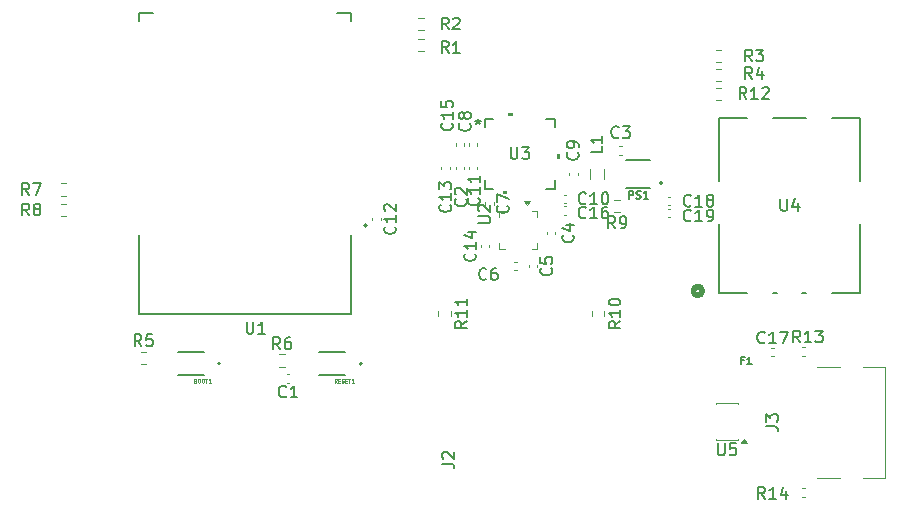
<source format=gbr>
%TF.GenerationSoftware,KiCad,Pcbnew,9.0.6*%
%TF.CreationDate,2026-01-02T14:19:04-05:00*%
%TF.ProjectId,spotify desk thing,73706f74-6966-4792-9064-65736b207468,rev?*%
%TF.SameCoordinates,Original*%
%TF.FileFunction,Legend,Top*%
%TF.FilePolarity,Positive*%
%FSLAX46Y46*%
G04 Gerber Fmt 4.6, Leading zero omitted, Abs format (unit mm)*
G04 Created by KiCad (PCBNEW 9.0.6) date 2026-01-02 14:19:04*
%MOMM*%
%LPD*%
G01*
G04 APERTURE LIST*
%ADD10C,0.150000*%
%ADD11C,0.080151*%
%ADD12C,0.120000*%
%ADD13C,0.127000*%
%ADD14C,0.200000*%
%ADD15C,0.152400*%
%ADD16C,0.508000*%
%ADD17C,0.000000*%
G04 APERTURE END LIST*
D10*
X121309243Y-171713346D02*
X122024659Y-171713346D01*
X122024659Y-171713346D02*
X122167743Y-171761040D01*
X122167743Y-171761040D02*
X122263132Y-171856429D01*
X122263132Y-171856429D02*
X122310826Y-171999512D01*
X122310826Y-171999512D02*
X122310826Y-172094901D01*
X121404632Y-171284096D02*
X121356937Y-171236401D01*
X121356937Y-171236401D02*
X121309243Y-171141013D01*
X121309243Y-171141013D02*
X121309243Y-170902540D01*
X121309243Y-170902540D02*
X121356937Y-170807152D01*
X121356937Y-170807152D02*
X121404632Y-170759457D01*
X121404632Y-170759457D02*
X121500021Y-170711763D01*
X121500021Y-170711763D02*
X121595410Y-170711763D01*
X121595410Y-170711763D02*
X121738493Y-170759457D01*
X121738493Y-170759457D02*
X122310826Y-171331790D01*
X122310826Y-171331790D02*
X122310826Y-170711763D01*
X148709819Y-168533333D02*
X149424104Y-168533333D01*
X149424104Y-168533333D02*
X149566961Y-168580952D01*
X149566961Y-168580952D02*
X149662200Y-168676190D01*
X149662200Y-168676190D02*
X149709819Y-168819047D01*
X149709819Y-168819047D02*
X149709819Y-168914285D01*
X148709819Y-168152380D02*
X148709819Y-167533333D01*
X148709819Y-167533333D02*
X149090771Y-167866666D01*
X149090771Y-167866666D02*
X149090771Y-167723809D01*
X149090771Y-167723809D02*
X149138390Y-167628571D01*
X149138390Y-167628571D02*
X149186009Y-167580952D01*
X149186009Y-167580952D02*
X149281247Y-167533333D01*
X149281247Y-167533333D02*
X149519342Y-167533333D01*
X149519342Y-167533333D02*
X149614580Y-167580952D01*
X149614580Y-167580952D02*
X149662200Y-167628571D01*
X149662200Y-167628571D02*
X149709819Y-167723809D01*
X149709819Y-167723809D02*
X149709819Y-168009523D01*
X149709819Y-168009523D02*
X149662200Y-168104761D01*
X149662200Y-168104761D02*
X149614580Y-168152380D01*
X148607142Y-174704819D02*
X148273809Y-174228628D01*
X148035714Y-174704819D02*
X148035714Y-173704819D01*
X148035714Y-173704819D02*
X148416666Y-173704819D01*
X148416666Y-173704819D02*
X148511904Y-173752438D01*
X148511904Y-173752438D02*
X148559523Y-173800057D01*
X148559523Y-173800057D02*
X148607142Y-173895295D01*
X148607142Y-173895295D02*
X148607142Y-174038152D01*
X148607142Y-174038152D02*
X148559523Y-174133390D01*
X148559523Y-174133390D02*
X148511904Y-174181009D01*
X148511904Y-174181009D02*
X148416666Y-174228628D01*
X148416666Y-174228628D02*
X148035714Y-174228628D01*
X149559523Y-174704819D02*
X148988095Y-174704819D01*
X149273809Y-174704819D02*
X149273809Y-173704819D01*
X149273809Y-173704819D02*
X149178571Y-173847676D01*
X149178571Y-173847676D02*
X149083333Y-173942914D01*
X149083333Y-173942914D02*
X148988095Y-173990533D01*
X150416666Y-174038152D02*
X150416666Y-174704819D01*
X150178571Y-173657200D02*
X149940476Y-174371485D01*
X149940476Y-174371485D02*
X150559523Y-174371485D01*
D11*
X112367549Y-164850092D02*
X112260682Y-164697424D01*
X112184348Y-164850092D02*
X112184348Y-164529489D01*
X112184348Y-164529489D02*
X112306482Y-164529489D01*
X112306482Y-164529489D02*
X112337016Y-164544756D01*
X112337016Y-164544756D02*
X112352282Y-164560023D01*
X112352282Y-164560023D02*
X112367549Y-164590557D01*
X112367549Y-164590557D02*
X112367549Y-164636357D01*
X112367549Y-164636357D02*
X112352282Y-164666891D01*
X112352282Y-164666891D02*
X112337016Y-164682157D01*
X112337016Y-164682157D02*
X112306482Y-164697424D01*
X112306482Y-164697424D02*
X112184348Y-164697424D01*
X112504951Y-164682157D02*
X112611818Y-164682157D01*
X112657619Y-164850092D02*
X112504951Y-164850092D01*
X112504951Y-164850092D02*
X112504951Y-164529489D01*
X112504951Y-164529489D02*
X112657619Y-164529489D01*
X112779753Y-164834826D02*
X112825553Y-164850092D01*
X112825553Y-164850092D02*
X112901887Y-164850092D01*
X112901887Y-164850092D02*
X112932421Y-164834826D01*
X112932421Y-164834826D02*
X112947688Y-164819559D01*
X112947688Y-164819559D02*
X112962954Y-164789025D01*
X112962954Y-164789025D02*
X112962954Y-164758491D01*
X112962954Y-164758491D02*
X112947688Y-164727958D01*
X112947688Y-164727958D02*
X112932421Y-164712691D01*
X112932421Y-164712691D02*
X112901887Y-164697424D01*
X112901887Y-164697424D02*
X112840820Y-164682157D01*
X112840820Y-164682157D02*
X112810286Y-164666891D01*
X112810286Y-164666891D02*
X112795020Y-164651624D01*
X112795020Y-164651624D02*
X112779753Y-164621090D01*
X112779753Y-164621090D02*
X112779753Y-164590557D01*
X112779753Y-164590557D02*
X112795020Y-164560023D01*
X112795020Y-164560023D02*
X112810286Y-164544756D01*
X112810286Y-164544756D02*
X112840820Y-164529489D01*
X112840820Y-164529489D02*
X112917154Y-164529489D01*
X112917154Y-164529489D02*
X112962954Y-164544756D01*
X113100356Y-164682157D02*
X113207223Y-164682157D01*
X113253024Y-164850092D02*
X113100356Y-164850092D01*
X113100356Y-164850092D02*
X113100356Y-164529489D01*
X113100356Y-164529489D02*
X113253024Y-164529489D01*
X113344624Y-164529489D02*
X113527826Y-164529489D01*
X113436225Y-164850092D02*
X113436225Y-164529489D01*
X113802628Y-164850092D02*
X113619427Y-164850092D01*
X113711028Y-164850092D02*
X113711028Y-164529489D01*
X113711028Y-164529489D02*
X113680494Y-164575290D01*
X113680494Y-164575290D02*
X113649960Y-164605823D01*
X113649960Y-164605823D02*
X113619427Y-164621090D01*
D10*
X133457142Y-150859580D02*
X133409523Y-150907200D01*
X133409523Y-150907200D02*
X133266666Y-150954819D01*
X133266666Y-150954819D02*
X133171428Y-150954819D01*
X133171428Y-150954819D02*
X133028571Y-150907200D01*
X133028571Y-150907200D02*
X132933333Y-150811961D01*
X132933333Y-150811961D02*
X132885714Y-150716723D01*
X132885714Y-150716723D02*
X132838095Y-150526247D01*
X132838095Y-150526247D02*
X132838095Y-150383390D01*
X132838095Y-150383390D02*
X132885714Y-150192914D01*
X132885714Y-150192914D02*
X132933333Y-150097676D01*
X132933333Y-150097676D02*
X133028571Y-150002438D01*
X133028571Y-150002438D02*
X133171428Y-149954819D01*
X133171428Y-149954819D02*
X133266666Y-149954819D01*
X133266666Y-149954819D02*
X133409523Y-150002438D01*
X133409523Y-150002438D02*
X133457142Y-150050057D01*
X134409523Y-150954819D02*
X133838095Y-150954819D01*
X134123809Y-150954819D02*
X134123809Y-149954819D01*
X134123809Y-149954819D02*
X134028571Y-150097676D01*
X134028571Y-150097676D02*
X133933333Y-150192914D01*
X133933333Y-150192914D02*
X133838095Y-150240533D01*
X135266666Y-149954819D02*
X135076190Y-149954819D01*
X135076190Y-149954819D02*
X134980952Y-150002438D01*
X134980952Y-150002438D02*
X134933333Y-150050057D01*
X134933333Y-150050057D02*
X134838095Y-150192914D01*
X134838095Y-150192914D02*
X134790476Y-150383390D01*
X134790476Y-150383390D02*
X134790476Y-150764342D01*
X134790476Y-150764342D02*
X134838095Y-150859580D01*
X134838095Y-150859580D02*
X134885714Y-150907200D01*
X134885714Y-150907200D02*
X134980952Y-150954819D01*
X134980952Y-150954819D02*
X135171428Y-150954819D01*
X135171428Y-150954819D02*
X135266666Y-150907200D01*
X135266666Y-150907200D02*
X135314285Y-150859580D01*
X135314285Y-150859580D02*
X135361904Y-150764342D01*
X135361904Y-150764342D02*
X135361904Y-150526247D01*
X135361904Y-150526247D02*
X135314285Y-150431009D01*
X135314285Y-150431009D02*
X135266666Y-150383390D01*
X135266666Y-150383390D02*
X135171428Y-150335771D01*
X135171428Y-150335771D02*
X134980952Y-150335771D01*
X134980952Y-150335771D02*
X134885714Y-150383390D01*
X134885714Y-150383390D02*
X134838095Y-150431009D01*
X134838095Y-150431009D02*
X134790476Y-150526247D01*
X136233333Y-144059580D02*
X136185714Y-144107200D01*
X136185714Y-144107200D02*
X136042857Y-144154819D01*
X136042857Y-144154819D02*
X135947619Y-144154819D01*
X135947619Y-144154819D02*
X135804762Y-144107200D01*
X135804762Y-144107200D02*
X135709524Y-144011961D01*
X135709524Y-144011961D02*
X135661905Y-143916723D01*
X135661905Y-143916723D02*
X135614286Y-143726247D01*
X135614286Y-143726247D02*
X135614286Y-143583390D01*
X135614286Y-143583390D02*
X135661905Y-143392914D01*
X135661905Y-143392914D02*
X135709524Y-143297676D01*
X135709524Y-143297676D02*
X135804762Y-143202438D01*
X135804762Y-143202438D02*
X135947619Y-143154819D01*
X135947619Y-143154819D02*
X136042857Y-143154819D01*
X136042857Y-143154819D02*
X136185714Y-143202438D01*
X136185714Y-143202438D02*
X136233333Y-143250057D01*
X136566667Y-143154819D02*
X137185714Y-143154819D01*
X137185714Y-143154819D02*
X136852381Y-143535771D01*
X136852381Y-143535771D02*
X136995238Y-143535771D01*
X136995238Y-143535771D02*
X137090476Y-143583390D01*
X137090476Y-143583390D02*
X137138095Y-143631009D01*
X137138095Y-143631009D02*
X137185714Y-143726247D01*
X137185714Y-143726247D02*
X137185714Y-143964342D01*
X137185714Y-143964342D02*
X137138095Y-144059580D01*
X137138095Y-144059580D02*
X137090476Y-144107200D01*
X137090476Y-144107200D02*
X136995238Y-144154819D01*
X136995238Y-144154819D02*
X136709524Y-144154819D01*
X136709524Y-144154819D02*
X136614286Y-144107200D01*
X136614286Y-144107200D02*
X136566667Y-144059580D01*
X147533333Y-137654819D02*
X147200000Y-137178628D01*
X146961905Y-137654819D02*
X146961905Y-136654819D01*
X146961905Y-136654819D02*
X147342857Y-136654819D01*
X147342857Y-136654819D02*
X147438095Y-136702438D01*
X147438095Y-136702438D02*
X147485714Y-136750057D01*
X147485714Y-136750057D02*
X147533333Y-136845295D01*
X147533333Y-136845295D02*
X147533333Y-136988152D01*
X147533333Y-136988152D02*
X147485714Y-137083390D01*
X147485714Y-137083390D02*
X147438095Y-137131009D01*
X147438095Y-137131009D02*
X147342857Y-137178628D01*
X147342857Y-137178628D02*
X146961905Y-137178628D01*
X147866667Y-136654819D02*
X148485714Y-136654819D01*
X148485714Y-136654819D02*
X148152381Y-137035771D01*
X148152381Y-137035771D02*
X148295238Y-137035771D01*
X148295238Y-137035771D02*
X148390476Y-137083390D01*
X148390476Y-137083390D02*
X148438095Y-137131009D01*
X148438095Y-137131009D02*
X148485714Y-137226247D01*
X148485714Y-137226247D02*
X148485714Y-137464342D01*
X148485714Y-137464342D02*
X148438095Y-137559580D01*
X148438095Y-137559580D02*
X148390476Y-137607200D01*
X148390476Y-137607200D02*
X148295238Y-137654819D01*
X148295238Y-137654819D02*
X148009524Y-137654819D01*
X148009524Y-137654819D02*
X147914286Y-137607200D01*
X147914286Y-137607200D02*
X147866667Y-137559580D01*
X132359580Y-152366666D02*
X132407200Y-152414285D01*
X132407200Y-152414285D02*
X132454819Y-152557142D01*
X132454819Y-152557142D02*
X132454819Y-152652380D01*
X132454819Y-152652380D02*
X132407200Y-152795237D01*
X132407200Y-152795237D02*
X132311961Y-152890475D01*
X132311961Y-152890475D02*
X132216723Y-152938094D01*
X132216723Y-152938094D02*
X132026247Y-152985713D01*
X132026247Y-152985713D02*
X131883390Y-152985713D01*
X131883390Y-152985713D02*
X131692914Y-152938094D01*
X131692914Y-152938094D02*
X131597676Y-152890475D01*
X131597676Y-152890475D02*
X131502438Y-152795237D01*
X131502438Y-152795237D02*
X131454819Y-152652380D01*
X131454819Y-152652380D02*
X131454819Y-152557142D01*
X131454819Y-152557142D02*
X131502438Y-152414285D01*
X131502438Y-152414285D02*
X131550057Y-152366666D01*
X131788152Y-151509523D02*
X132454819Y-151509523D01*
X131407200Y-151747618D02*
X132121485Y-151985713D01*
X132121485Y-151985713D02*
X132121485Y-151366666D01*
X130519580Y-155166666D02*
X130567200Y-155214285D01*
X130567200Y-155214285D02*
X130614819Y-155357142D01*
X130614819Y-155357142D02*
X130614819Y-155452380D01*
X130614819Y-155452380D02*
X130567200Y-155595237D01*
X130567200Y-155595237D02*
X130471961Y-155690475D01*
X130471961Y-155690475D02*
X130376723Y-155738094D01*
X130376723Y-155738094D02*
X130186247Y-155785713D01*
X130186247Y-155785713D02*
X130043390Y-155785713D01*
X130043390Y-155785713D02*
X129852914Y-155738094D01*
X129852914Y-155738094D02*
X129757676Y-155690475D01*
X129757676Y-155690475D02*
X129662438Y-155595237D01*
X129662438Y-155595237D02*
X129614819Y-155452380D01*
X129614819Y-155452380D02*
X129614819Y-155357142D01*
X129614819Y-155357142D02*
X129662438Y-155214285D01*
X129662438Y-155214285D02*
X129710057Y-155166666D01*
X129614819Y-154261904D02*
X129614819Y-154738094D01*
X129614819Y-154738094D02*
X130091009Y-154785713D01*
X130091009Y-154785713D02*
X130043390Y-154738094D01*
X130043390Y-154738094D02*
X129995771Y-154642856D01*
X129995771Y-154642856D02*
X129995771Y-154404761D01*
X129995771Y-154404761D02*
X130043390Y-154309523D01*
X130043390Y-154309523D02*
X130091009Y-154261904D01*
X130091009Y-154261904D02*
X130186247Y-154214285D01*
X130186247Y-154214285D02*
X130424342Y-154214285D01*
X130424342Y-154214285D02*
X130519580Y-154261904D01*
X130519580Y-154261904D02*
X130567200Y-154309523D01*
X130567200Y-154309523D02*
X130614819Y-154404761D01*
X130614819Y-154404761D02*
X130614819Y-154642856D01*
X130614819Y-154642856D02*
X130567200Y-154738094D01*
X130567200Y-154738094D02*
X130519580Y-154785713D01*
X123269580Y-149306666D02*
X123317200Y-149354285D01*
X123317200Y-149354285D02*
X123364819Y-149497142D01*
X123364819Y-149497142D02*
X123364819Y-149592380D01*
X123364819Y-149592380D02*
X123317200Y-149735237D01*
X123317200Y-149735237D02*
X123221961Y-149830475D01*
X123221961Y-149830475D02*
X123126723Y-149878094D01*
X123126723Y-149878094D02*
X122936247Y-149925713D01*
X122936247Y-149925713D02*
X122793390Y-149925713D01*
X122793390Y-149925713D02*
X122602914Y-149878094D01*
X122602914Y-149878094D02*
X122507676Y-149830475D01*
X122507676Y-149830475D02*
X122412438Y-149735237D01*
X122412438Y-149735237D02*
X122364819Y-149592380D01*
X122364819Y-149592380D02*
X122364819Y-149497142D01*
X122364819Y-149497142D02*
X122412438Y-149354285D01*
X122412438Y-149354285D02*
X122460057Y-149306666D01*
X122460057Y-148925713D02*
X122412438Y-148878094D01*
X122412438Y-148878094D02*
X122364819Y-148782856D01*
X122364819Y-148782856D02*
X122364819Y-148544761D01*
X122364819Y-148544761D02*
X122412438Y-148449523D01*
X122412438Y-148449523D02*
X122460057Y-148401904D01*
X122460057Y-148401904D02*
X122555295Y-148354285D01*
X122555295Y-148354285D02*
X122650533Y-148354285D01*
X122650533Y-148354285D02*
X122793390Y-148401904D01*
X122793390Y-148401904D02*
X123364819Y-148973332D01*
X123364819Y-148973332D02*
X123364819Y-148354285D01*
X125033333Y-156059580D02*
X124985714Y-156107200D01*
X124985714Y-156107200D02*
X124842857Y-156154819D01*
X124842857Y-156154819D02*
X124747619Y-156154819D01*
X124747619Y-156154819D02*
X124604762Y-156107200D01*
X124604762Y-156107200D02*
X124509524Y-156011961D01*
X124509524Y-156011961D02*
X124461905Y-155916723D01*
X124461905Y-155916723D02*
X124414286Y-155726247D01*
X124414286Y-155726247D02*
X124414286Y-155583390D01*
X124414286Y-155583390D02*
X124461905Y-155392914D01*
X124461905Y-155392914D02*
X124509524Y-155297676D01*
X124509524Y-155297676D02*
X124604762Y-155202438D01*
X124604762Y-155202438D02*
X124747619Y-155154819D01*
X124747619Y-155154819D02*
X124842857Y-155154819D01*
X124842857Y-155154819D02*
X124985714Y-155202438D01*
X124985714Y-155202438D02*
X125033333Y-155250057D01*
X125890476Y-155154819D02*
X125700000Y-155154819D01*
X125700000Y-155154819D02*
X125604762Y-155202438D01*
X125604762Y-155202438D02*
X125557143Y-155250057D01*
X125557143Y-155250057D02*
X125461905Y-155392914D01*
X125461905Y-155392914D02*
X125414286Y-155583390D01*
X125414286Y-155583390D02*
X125414286Y-155964342D01*
X125414286Y-155964342D02*
X125461905Y-156059580D01*
X125461905Y-156059580D02*
X125509524Y-156107200D01*
X125509524Y-156107200D02*
X125604762Y-156154819D01*
X125604762Y-156154819D02*
X125795238Y-156154819D01*
X125795238Y-156154819D02*
X125890476Y-156107200D01*
X125890476Y-156107200D02*
X125938095Y-156059580D01*
X125938095Y-156059580D02*
X125985714Y-155964342D01*
X125985714Y-155964342D02*
X125985714Y-155726247D01*
X125985714Y-155726247D02*
X125938095Y-155631009D01*
X125938095Y-155631009D02*
X125890476Y-155583390D01*
X125890476Y-155583390D02*
X125795238Y-155535771D01*
X125795238Y-155535771D02*
X125604762Y-155535771D01*
X125604762Y-155535771D02*
X125509524Y-155583390D01*
X125509524Y-155583390D02*
X125461905Y-155631009D01*
X125461905Y-155631009D02*
X125414286Y-155726247D01*
X126819580Y-149866666D02*
X126867200Y-149914285D01*
X126867200Y-149914285D02*
X126914819Y-150057142D01*
X126914819Y-150057142D02*
X126914819Y-150152380D01*
X126914819Y-150152380D02*
X126867200Y-150295237D01*
X126867200Y-150295237D02*
X126771961Y-150390475D01*
X126771961Y-150390475D02*
X126676723Y-150438094D01*
X126676723Y-150438094D02*
X126486247Y-150485713D01*
X126486247Y-150485713D02*
X126343390Y-150485713D01*
X126343390Y-150485713D02*
X126152914Y-150438094D01*
X126152914Y-150438094D02*
X126057676Y-150390475D01*
X126057676Y-150390475D02*
X125962438Y-150295237D01*
X125962438Y-150295237D02*
X125914819Y-150152380D01*
X125914819Y-150152380D02*
X125914819Y-150057142D01*
X125914819Y-150057142D02*
X125962438Y-149914285D01*
X125962438Y-149914285D02*
X126010057Y-149866666D01*
X125914819Y-149533332D02*
X125914819Y-148866666D01*
X125914819Y-148866666D02*
X126914819Y-149295237D01*
X149938095Y-149304820D02*
X149938095Y-150114343D01*
X149938095Y-150114343D02*
X149985714Y-150209581D01*
X149985714Y-150209581D02*
X150033333Y-150257201D01*
X150033333Y-150257201D02*
X150128571Y-150304820D01*
X150128571Y-150304820D02*
X150319047Y-150304820D01*
X150319047Y-150304820D02*
X150414285Y-150257201D01*
X150414285Y-150257201D02*
X150461904Y-150209581D01*
X150461904Y-150209581D02*
X150509523Y-150114343D01*
X150509523Y-150114343D02*
X150509523Y-149304820D01*
X151414285Y-149638153D02*
X151414285Y-150304820D01*
X151176190Y-149257201D02*
X150938095Y-149971486D01*
X150938095Y-149971486D02*
X151557142Y-149971486D01*
X142357142Y-151109580D02*
X142309523Y-151157200D01*
X142309523Y-151157200D02*
X142166666Y-151204819D01*
X142166666Y-151204819D02*
X142071428Y-151204819D01*
X142071428Y-151204819D02*
X141928571Y-151157200D01*
X141928571Y-151157200D02*
X141833333Y-151061961D01*
X141833333Y-151061961D02*
X141785714Y-150966723D01*
X141785714Y-150966723D02*
X141738095Y-150776247D01*
X141738095Y-150776247D02*
X141738095Y-150633390D01*
X141738095Y-150633390D02*
X141785714Y-150442914D01*
X141785714Y-150442914D02*
X141833333Y-150347676D01*
X141833333Y-150347676D02*
X141928571Y-150252438D01*
X141928571Y-150252438D02*
X142071428Y-150204819D01*
X142071428Y-150204819D02*
X142166666Y-150204819D01*
X142166666Y-150204819D02*
X142309523Y-150252438D01*
X142309523Y-150252438D02*
X142357142Y-150300057D01*
X143309523Y-151204819D02*
X142738095Y-151204819D01*
X143023809Y-151204819D02*
X143023809Y-150204819D01*
X143023809Y-150204819D02*
X142928571Y-150347676D01*
X142928571Y-150347676D02*
X142833333Y-150442914D01*
X142833333Y-150442914D02*
X142738095Y-150490533D01*
X143785714Y-151204819D02*
X143976190Y-151204819D01*
X143976190Y-151204819D02*
X144071428Y-151157200D01*
X144071428Y-151157200D02*
X144119047Y-151109580D01*
X144119047Y-151109580D02*
X144214285Y-150966723D01*
X144214285Y-150966723D02*
X144261904Y-150776247D01*
X144261904Y-150776247D02*
X144261904Y-150395295D01*
X144261904Y-150395295D02*
X144214285Y-150300057D01*
X144214285Y-150300057D02*
X144166666Y-150252438D01*
X144166666Y-150252438D02*
X144071428Y-150204819D01*
X144071428Y-150204819D02*
X143880952Y-150204819D01*
X143880952Y-150204819D02*
X143785714Y-150252438D01*
X143785714Y-150252438D02*
X143738095Y-150300057D01*
X143738095Y-150300057D02*
X143690476Y-150395295D01*
X143690476Y-150395295D02*
X143690476Y-150633390D01*
X143690476Y-150633390D02*
X143738095Y-150728628D01*
X143738095Y-150728628D02*
X143785714Y-150776247D01*
X143785714Y-150776247D02*
X143880952Y-150823866D01*
X143880952Y-150823866D02*
X144071428Y-150823866D01*
X144071428Y-150823866D02*
X144166666Y-150776247D01*
X144166666Y-150776247D02*
X144214285Y-150728628D01*
X144214285Y-150728628D02*
X144261904Y-150633390D01*
X123609580Y-142916666D02*
X123657200Y-142964285D01*
X123657200Y-142964285D02*
X123704819Y-143107142D01*
X123704819Y-143107142D02*
X123704819Y-143202380D01*
X123704819Y-143202380D02*
X123657200Y-143345237D01*
X123657200Y-143345237D02*
X123561961Y-143440475D01*
X123561961Y-143440475D02*
X123466723Y-143488094D01*
X123466723Y-143488094D02*
X123276247Y-143535713D01*
X123276247Y-143535713D02*
X123133390Y-143535713D01*
X123133390Y-143535713D02*
X122942914Y-143488094D01*
X122942914Y-143488094D02*
X122847676Y-143440475D01*
X122847676Y-143440475D02*
X122752438Y-143345237D01*
X122752438Y-143345237D02*
X122704819Y-143202380D01*
X122704819Y-143202380D02*
X122704819Y-143107142D01*
X122704819Y-143107142D02*
X122752438Y-142964285D01*
X122752438Y-142964285D02*
X122800057Y-142916666D01*
X123133390Y-142345237D02*
X123085771Y-142440475D01*
X123085771Y-142440475D02*
X123038152Y-142488094D01*
X123038152Y-142488094D02*
X122942914Y-142535713D01*
X122942914Y-142535713D02*
X122895295Y-142535713D01*
X122895295Y-142535713D02*
X122800057Y-142488094D01*
X122800057Y-142488094D02*
X122752438Y-142440475D01*
X122752438Y-142440475D02*
X122704819Y-142345237D01*
X122704819Y-142345237D02*
X122704819Y-142154761D01*
X122704819Y-142154761D02*
X122752438Y-142059523D01*
X122752438Y-142059523D02*
X122800057Y-142011904D01*
X122800057Y-142011904D02*
X122895295Y-141964285D01*
X122895295Y-141964285D02*
X122942914Y-141964285D01*
X122942914Y-141964285D02*
X123038152Y-142011904D01*
X123038152Y-142011904D02*
X123085771Y-142059523D01*
X123085771Y-142059523D02*
X123133390Y-142154761D01*
X123133390Y-142154761D02*
X123133390Y-142345237D01*
X123133390Y-142345237D02*
X123181009Y-142440475D01*
X123181009Y-142440475D02*
X123228628Y-142488094D01*
X123228628Y-142488094D02*
X123323866Y-142535713D01*
X123323866Y-142535713D02*
X123514342Y-142535713D01*
X123514342Y-142535713D02*
X123609580Y-142488094D01*
X123609580Y-142488094D02*
X123657200Y-142440475D01*
X123657200Y-142440475D02*
X123704819Y-142345237D01*
X123704819Y-142345237D02*
X123704819Y-142154761D01*
X123704819Y-142154761D02*
X123657200Y-142059523D01*
X123657200Y-142059523D02*
X123609580Y-142011904D01*
X123609580Y-142011904D02*
X123514342Y-141964285D01*
X123514342Y-141964285D02*
X123323866Y-141964285D01*
X123323866Y-141964285D02*
X123228628Y-142011904D01*
X123228628Y-142011904D02*
X123181009Y-142059523D01*
X123181009Y-142059523D02*
X123133390Y-142154761D01*
X147533333Y-139154819D02*
X147200000Y-138678628D01*
X146961905Y-139154819D02*
X146961905Y-138154819D01*
X146961905Y-138154819D02*
X147342857Y-138154819D01*
X147342857Y-138154819D02*
X147438095Y-138202438D01*
X147438095Y-138202438D02*
X147485714Y-138250057D01*
X147485714Y-138250057D02*
X147533333Y-138345295D01*
X147533333Y-138345295D02*
X147533333Y-138488152D01*
X147533333Y-138488152D02*
X147485714Y-138583390D01*
X147485714Y-138583390D02*
X147438095Y-138631009D01*
X147438095Y-138631009D02*
X147342857Y-138678628D01*
X147342857Y-138678628D02*
X146961905Y-138678628D01*
X148390476Y-138488152D02*
X148390476Y-139154819D01*
X148152381Y-138107200D02*
X147914286Y-138821485D01*
X147914286Y-138821485D02*
X148533333Y-138821485D01*
X135933333Y-151784819D02*
X135600000Y-151308628D01*
X135361905Y-151784819D02*
X135361905Y-150784819D01*
X135361905Y-150784819D02*
X135742857Y-150784819D01*
X135742857Y-150784819D02*
X135838095Y-150832438D01*
X135838095Y-150832438D02*
X135885714Y-150880057D01*
X135885714Y-150880057D02*
X135933333Y-150975295D01*
X135933333Y-150975295D02*
X135933333Y-151118152D01*
X135933333Y-151118152D02*
X135885714Y-151213390D01*
X135885714Y-151213390D02*
X135838095Y-151261009D01*
X135838095Y-151261009D02*
X135742857Y-151308628D01*
X135742857Y-151308628D02*
X135361905Y-151308628D01*
X136409524Y-151784819D02*
X136600000Y-151784819D01*
X136600000Y-151784819D02*
X136695238Y-151737200D01*
X136695238Y-151737200D02*
X136742857Y-151689580D01*
X136742857Y-151689580D02*
X136838095Y-151546723D01*
X136838095Y-151546723D02*
X136885714Y-151356247D01*
X136885714Y-151356247D02*
X136885714Y-150975295D01*
X136885714Y-150975295D02*
X136838095Y-150880057D01*
X136838095Y-150880057D02*
X136790476Y-150832438D01*
X136790476Y-150832438D02*
X136695238Y-150784819D01*
X136695238Y-150784819D02*
X136504762Y-150784819D01*
X136504762Y-150784819D02*
X136409524Y-150832438D01*
X136409524Y-150832438D02*
X136361905Y-150880057D01*
X136361905Y-150880057D02*
X136314286Y-150975295D01*
X136314286Y-150975295D02*
X136314286Y-151213390D01*
X136314286Y-151213390D02*
X136361905Y-151308628D01*
X136361905Y-151308628D02*
X136409524Y-151356247D01*
X136409524Y-151356247D02*
X136504762Y-151403866D01*
X136504762Y-151403866D02*
X136695238Y-151403866D01*
X136695238Y-151403866D02*
X136790476Y-151356247D01*
X136790476Y-151356247D02*
X136838095Y-151308628D01*
X136838095Y-151308628D02*
X136885714Y-151213390D01*
X133457142Y-149659580D02*
X133409523Y-149707200D01*
X133409523Y-149707200D02*
X133266666Y-149754819D01*
X133266666Y-149754819D02*
X133171428Y-149754819D01*
X133171428Y-149754819D02*
X133028571Y-149707200D01*
X133028571Y-149707200D02*
X132933333Y-149611961D01*
X132933333Y-149611961D02*
X132885714Y-149516723D01*
X132885714Y-149516723D02*
X132838095Y-149326247D01*
X132838095Y-149326247D02*
X132838095Y-149183390D01*
X132838095Y-149183390D02*
X132885714Y-148992914D01*
X132885714Y-148992914D02*
X132933333Y-148897676D01*
X132933333Y-148897676D02*
X133028571Y-148802438D01*
X133028571Y-148802438D02*
X133171428Y-148754819D01*
X133171428Y-148754819D02*
X133266666Y-148754819D01*
X133266666Y-148754819D02*
X133409523Y-148802438D01*
X133409523Y-148802438D02*
X133457142Y-148850057D01*
X134409523Y-149754819D02*
X133838095Y-149754819D01*
X134123809Y-149754819D02*
X134123809Y-148754819D01*
X134123809Y-148754819D02*
X134028571Y-148897676D01*
X134028571Y-148897676D02*
X133933333Y-148992914D01*
X133933333Y-148992914D02*
X133838095Y-149040533D01*
X135028571Y-148754819D02*
X135123809Y-148754819D01*
X135123809Y-148754819D02*
X135219047Y-148802438D01*
X135219047Y-148802438D02*
X135266666Y-148850057D01*
X135266666Y-148850057D02*
X135314285Y-148945295D01*
X135314285Y-148945295D02*
X135361904Y-149135771D01*
X135361904Y-149135771D02*
X135361904Y-149373866D01*
X135361904Y-149373866D02*
X135314285Y-149564342D01*
X135314285Y-149564342D02*
X135266666Y-149659580D01*
X135266666Y-149659580D02*
X135219047Y-149707200D01*
X135219047Y-149707200D02*
X135123809Y-149754819D01*
X135123809Y-149754819D02*
X135028571Y-149754819D01*
X135028571Y-149754819D02*
X134933333Y-149707200D01*
X134933333Y-149707200D02*
X134885714Y-149659580D01*
X134885714Y-149659580D02*
X134838095Y-149564342D01*
X134838095Y-149564342D02*
X134790476Y-149373866D01*
X134790476Y-149373866D02*
X134790476Y-149135771D01*
X134790476Y-149135771D02*
X134838095Y-148945295D01*
X134838095Y-148945295D02*
X134885714Y-148850057D01*
X134885714Y-148850057D02*
X134933333Y-148802438D01*
X134933333Y-148802438D02*
X135028571Y-148754819D01*
X144638095Y-170004819D02*
X144638095Y-170814342D01*
X144638095Y-170814342D02*
X144685714Y-170909580D01*
X144685714Y-170909580D02*
X144733333Y-170957200D01*
X144733333Y-170957200D02*
X144828571Y-171004819D01*
X144828571Y-171004819D02*
X145019047Y-171004819D01*
X145019047Y-171004819D02*
X145114285Y-170957200D01*
X145114285Y-170957200D02*
X145161904Y-170909580D01*
X145161904Y-170909580D02*
X145209523Y-170814342D01*
X145209523Y-170814342D02*
X145209523Y-170004819D01*
X146161904Y-170004819D02*
X145685714Y-170004819D01*
X145685714Y-170004819D02*
X145638095Y-170481009D01*
X145638095Y-170481009D02*
X145685714Y-170433390D01*
X145685714Y-170433390D02*
X145780952Y-170385771D01*
X145780952Y-170385771D02*
X146019047Y-170385771D01*
X146019047Y-170385771D02*
X146114285Y-170433390D01*
X146114285Y-170433390D02*
X146161904Y-170481009D01*
X146161904Y-170481009D02*
X146209523Y-170576247D01*
X146209523Y-170576247D02*
X146209523Y-170814342D01*
X146209523Y-170814342D02*
X146161904Y-170909580D01*
X146161904Y-170909580D02*
X146114285Y-170957200D01*
X146114285Y-170957200D02*
X146019047Y-171004819D01*
X146019047Y-171004819D02*
X145780952Y-171004819D01*
X145780952Y-171004819D02*
X145685714Y-170957200D01*
X145685714Y-170957200D02*
X145638095Y-170909580D01*
X108083333Y-166019580D02*
X108035714Y-166067200D01*
X108035714Y-166067200D02*
X107892857Y-166114819D01*
X107892857Y-166114819D02*
X107797619Y-166114819D01*
X107797619Y-166114819D02*
X107654762Y-166067200D01*
X107654762Y-166067200D02*
X107559524Y-165971961D01*
X107559524Y-165971961D02*
X107511905Y-165876723D01*
X107511905Y-165876723D02*
X107464286Y-165686247D01*
X107464286Y-165686247D02*
X107464286Y-165543390D01*
X107464286Y-165543390D02*
X107511905Y-165352914D01*
X107511905Y-165352914D02*
X107559524Y-165257676D01*
X107559524Y-165257676D02*
X107654762Y-165162438D01*
X107654762Y-165162438D02*
X107797619Y-165114819D01*
X107797619Y-165114819D02*
X107892857Y-165114819D01*
X107892857Y-165114819D02*
X108035714Y-165162438D01*
X108035714Y-165162438D02*
X108083333Y-165210057D01*
X109035714Y-166114819D02*
X108464286Y-166114819D01*
X108750000Y-166114819D02*
X108750000Y-165114819D01*
X108750000Y-165114819D02*
X108654762Y-165257676D01*
X108654762Y-165257676D02*
X108559524Y-165352914D01*
X108559524Y-165352914D02*
X108464286Y-165400533D01*
X137122856Y-149281676D02*
X137122856Y-148641676D01*
X137122856Y-148641676D02*
X137366666Y-148641676D01*
X137366666Y-148641676D02*
X137427618Y-148672152D01*
X137427618Y-148672152D02*
X137458095Y-148702628D01*
X137458095Y-148702628D02*
X137488571Y-148763580D01*
X137488571Y-148763580D02*
X137488571Y-148855009D01*
X137488571Y-148855009D02*
X137458095Y-148915961D01*
X137458095Y-148915961D02*
X137427618Y-148946438D01*
X137427618Y-148946438D02*
X137366666Y-148976914D01*
X137366666Y-148976914D02*
X137122856Y-148976914D01*
X137732380Y-149251200D02*
X137823809Y-149281676D01*
X137823809Y-149281676D02*
X137976190Y-149281676D01*
X137976190Y-149281676D02*
X138037142Y-149251200D01*
X138037142Y-149251200D02*
X138067618Y-149220723D01*
X138067618Y-149220723D02*
X138098095Y-149159771D01*
X138098095Y-149159771D02*
X138098095Y-149098819D01*
X138098095Y-149098819D02*
X138067618Y-149037866D01*
X138067618Y-149037866D02*
X138037142Y-149007390D01*
X138037142Y-149007390D02*
X137976190Y-148976914D01*
X137976190Y-148976914D02*
X137854285Y-148946438D01*
X137854285Y-148946438D02*
X137793333Y-148915961D01*
X137793333Y-148915961D02*
X137762856Y-148885485D01*
X137762856Y-148885485D02*
X137732380Y-148824533D01*
X137732380Y-148824533D02*
X137732380Y-148763580D01*
X137732380Y-148763580D02*
X137762856Y-148702628D01*
X137762856Y-148702628D02*
X137793333Y-148672152D01*
X137793333Y-148672152D02*
X137854285Y-148641676D01*
X137854285Y-148641676D02*
X138006666Y-148641676D01*
X138006666Y-148641676D02*
X138098095Y-148672152D01*
X138707619Y-149281676D02*
X138341904Y-149281676D01*
X138524761Y-149281676D02*
X138524761Y-148641676D01*
X138524761Y-148641676D02*
X138463809Y-148733104D01*
X138463809Y-148733104D02*
X138402857Y-148794057D01*
X138402857Y-148794057D02*
X138341904Y-148824533D01*
X132759580Y-145366666D02*
X132807200Y-145414285D01*
X132807200Y-145414285D02*
X132854819Y-145557142D01*
X132854819Y-145557142D02*
X132854819Y-145652380D01*
X132854819Y-145652380D02*
X132807200Y-145795237D01*
X132807200Y-145795237D02*
X132711961Y-145890475D01*
X132711961Y-145890475D02*
X132616723Y-145938094D01*
X132616723Y-145938094D02*
X132426247Y-145985713D01*
X132426247Y-145985713D02*
X132283390Y-145985713D01*
X132283390Y-145985713D02*
X132092914Y-145938094D01*
X132092914Y-145938094D02*
X131997676Y-145890475D01*
X131997676Y-145890475D02*
X131902438Y-145795237D01*
X131902438Y-145795237D02*
X131854819Y-145652380D01*
X131854819Y-145652380D02*
X131854819Y-145557142D01*
X131854819Y-145557142D02*
X131902438Y-145414285D01*
X131902438Y-145414285D02*
X131950057Y-145366666D01*
X132854819Y-144890475D02*
X132854819Y-144699999D01*
X132854819Y-144699999D02*
X132807200Y-144604761D01*
X132807200Y-144604761D02*
X132759580Y-144557142D01*
X132759580Y-144557142D02*
X132616723Y-144461904D01*
X132616723Y-144461904D02*
X132426247Y-144414285D01*
X132426247Y-144414285D02*
X132045295Y-144414285D01*
X132045295Y-144414285D02*
X131950057Y-144461904D01*
X131950057Y-144461904D02*
X131902438Y-144509523D01*
X131902438Y-144509523D02*
X131854819Y-144604761D01*
X131854819Y-144604761D02*
X131854819Y-144795237D01*
X131854819Y-144795237D02*
X131902438Y-144890475D01*
X131902438Y-144890475D02*
X131950057Y-144938094D01*
X131950057Y-144938094D02*
X132045295Y-144985713D01*
X132045295Y-144985713D02*
X132283390Y-144985713D01*
X132283390Y-144985713D02*
X132378628Y-144938094D01*
X132378628Y-144938094D02*
X132426247Y-144890475D01*
X132426247Y-144890475D02*
X132473866Y-144795237D01*
X132473866Y-144795237D02*
X132473866Y-144604761D01*
X132473866Y-144604761D02*
X132426247Y-144509523D01*
X132426247Y-144509523D02*
X132378628Y-144461904D01*
X132378628Y-144461904D02*
X132283390Y-144414285D01*
X134854819Y-144866666D02*
X134854819Y-145342856D01*
X134854819Y-145342856D02*
X133854819Y-145342856D01*
X134854819Y-144009523D02*
X134854819Y-144580951D01*
X134854819Y-144295237D02*
X133854819Y-144295237D01*
X133854819Y-144295237D02*
X133997676Y-144390475D01*
X133997676Y-144390475D02*
X134092914Y-144485713D01*
X134092914Y-144485713D02*
X134140533Y-144580951D01*
X124354819Y-151361904D02*
X125164342Y-151361904D01*
X125164342Y-151361904D02*
X125259580Y-151314285D01*
X125259580Y-151314285D02*
X125307200Y-151266666D01*
X125307200Y-151266666D02*
X125354819Y-151171428D01*
X125354819Y-151171428D02*
X125354819Y-150980952D01*
X125354819Y-150980952D02*
X125307200Y-150885714D01*
X125307200Y-150885714D02*
X125259580Y-150838095D01*
X125259580Y-150838095D02*
X125164342Y-150790476D01*
X125164342Y-150790476D02*
X124354819Y-150790476D01*
X124450057Y-150361904D02*
X124402438Y-150314285D01*
X124402438Y-150314285D02*
X124354819Y-150219047D01*
X124354819Y-150219047D02*
X124354819Y-149980952D01*
X124354819Y-149980952D02*
X124402438Y-149885714D01*
X124402438Y-149885714D02*
X124450057Y-149838095D01*
X124450057Y-149838095D02*
X124545295Y-149790476D01*
X124545295Y-149790476D02*
X124640533Y-149790476D01*
X124640533Y-149790476D02*
X124783390Y-149838095D01*
X124783390Y-149838095D02*
X125354819Y-150409523D01*
X125354819Y-150409523D02*
X125354819Y-149790476D01*
X136384819Y-159642857D02*
X135908628Y-159976190D01*
X136384819Y-160214285D02*
X135384819Y-160214285D01*
X135384819Y-160214285D02*
X135384819Y-159833333D01*
X135384819Y-159833333D02*
X135432438Y-159738095D01*
X135432438Y-159738095D02*
X135480057Y-159690476D01*
X135480057Y-159690476D02*
X135575295Y-159642857D01*
X135575295Y-159642857D02*
X135718152Y-159642857D01*
X135718152Y-159642857D02*
X135813390Y-159690476D01*
X135813390Y-159690476D02*
X135861009Y-159738095D01*
X135861009Y-159738095D02*
X135908628Y-159833333D01*
X135908628Y-159833333D02*
X135908628Y-160214285D01*
X136384819Y-158690476D02*
X136384819Y-159261904D01*
X136384819Y-158976190D02*
X135384819Y-158976190D01*
X135384819Y-158976190D02*
X135527676Y-159071428D01*
X135527676Y-159071428D02*
X135622914Y-159166666D01*
X135622914Y-159166666D02*
X135670533Y-159261904D01*
X135384819Y-158071428D02*
X135384819Y-157976190D01*
X135384819Y-157976190D02*
X135432438Y-157880952D01*
X135432438Y-157880952D02*
X135480057Y-157833333D01*
X135480057Y-157833333D02*
X135575295Y-157785714D01*
X135575295Y-157785714D02*
X135765771Y-157738095D01*
X135765771Y-157738095D02*
X136003866Y-157738095D01*
X136003866Y-157738095D02*
X136194342Y-157785714D01*
X136194342Y-157785714D02*
X136289580Y-157833333D01*
X136289580Y-157833333D02*
X136337200Y-157880952D01*
X136337200Y-157880952D02*
X136384819Y-157976190D01*
X136384819Y-157976190D02*
X136384819Y-158071428D01*
X136384819Y-158071428D02*
X136337200Y-158166666D01*
X136337200Y-158166666D02*
X136289580Y-158214285D01*
X136289580Y-158214285D02*
X136194342Y-158261904D01*
X136194342Y-158261904D02*
X136003866Y-158309523D01*
X136003866Y-158309523D02*
X135765771Y-158309523D01*
X135765771Y-158309523D02*
X135575295Y-158261904D01*
X135575295Y-158261904D02*
X135480057Y-158214285D01*
X135480057Y-158214285D02*
X135432438Y-158166666D01*
X135432438Y-158166666D02*
X135384819Y-158071428D01*
X124359580Y-149242857D02*
X124407200Y-149290476D01*
X124407200Y-149290476D02*
X124454819Y-149433333D01*
X124454819Y-149433333D02*
X124454819Y-149528571D01*
X124454819Y-149528571D02*
X124407200Y-149671428D01*
X124407200Y-149671428D02*
X124311961Y-149766666D01*
X124311961Y-149766666D02*
X124216723Y-149814285D01*
X124216723Y-149814285D02*
X124026247Y-149861904D01*
X124026247Y-149861904D02*
X123883390Y-149861904D01*
X123883390Y-149861904D02*
X123692914Y-149814285D01*
X123692914Y-149814285D02*
X123597676Y-149766666D01*
X123597676Y-149766666D02*
X123502438Y-149671428D01*
X123502438Y-149671428D02*
X123454819Y-149528571D01*
X123454819Y-149528571D02*
X123454819Y-149433333D01*
X123454819Y-149433333D02*
X123502438Y-149290476D01*
X123502438Y-149290476D02*
X123550057Y-149242857D01*
X124454819Y-148290476D02*
X124454819Y-148861904D01*
X124454819Y-148576190D02*
X123454819Y-148576190D01*
X123454819Y-148576190D02*
X123597676Y-148671428D01*
X123597676Y-148671428D02*
X123692914Y-148766666D01*
X123692914Y-148766666D02*
X123740533Y-148861904D01*
X124454819Y-147338095D02*
X124454819Y-147909523D01*
X124454819Y-147623809D02*
X123454819Y-147623809D01*
X123454819Y-147623809D02*
X123597676Y-147719047D01*
X123597676Y-147719047D02*
X123692914Y-147814285D01*
X123692914Y-147814285D02*
X123740533Y-147909523D01*
X121833333Y-136954819D02*
X121500000Y-136478628D01*
X121261905Y-136954819D02*
X121261905Y-135954819D01*
X121261905Y-135954819D02*
X121642857Y-135954819D01*
X121642857Y-135954819D02*
X121738095Y-136002438D01*
X121738095Y-136002438D02*
X121785714Y-136050057D01*
X121785714Y-136050057D02*
X121833333Y-136145295D01*
X121833333Y-136145295D02*
X121833333Y-136288152D01*
X121833333Y-136288152D02*
X121785714Y-136383390D01*
X121785714Y-136383390D02*
X121738095Y-136431009D01*
X121738095Y-136431009D02*
X121642857Y-136478628D01*
X121642857Y-136478628D02*
X121261905Y-136478628D01*
X122785714Y-136954819D02*
X122214286Y-136954819D01*
X122500000Y-136954819D02*
X122500000Y-135954819D01*
X122500000Y-135954819D02*
X122404762Y-136097676D01*
X122404762Y-136097676D02*
X122309524Y-136192914D01*
X122309524Y-136192914D02*
X122214286Y-136240533D01*
X95833333Y-161774819D02*
X95500000Y-161298628D01*
X95261905Y-161774819D02*
X95261905Y-160774819D01*
X95261905Y-160774819D02*
X95642857Y-160774819D01*
X95642857Y-160774819D02*
X95738095Y-160822438D01*
X95738095Y-160822438D02*
X95785714Y-160870057D01*
X95785714Y-160870057D02*
X95833333Y-160965295D01*
X95833333Y-160965295D02*
X95833333Y-161108152D01*
X95833333Y-161108152D02*
X95785714Y-161203390D01*
X95785714Y-161203390D02*
X95738095Y-161251009D01*
X95738095Y-161251009D02*
X95642857Y-161298628D01*
X95642857Y-161298628D02*
X95261905Y-161298628D01*
X96738095Y-160774819D02*
X96261905Y-160774819D01*
X96261905Y-160774819D02*
X96214286Y-161251009D01*
X96214286Y-161251009D02*
X96261905Y-161203390D01*
X96261905Y-161203390D02*
X96357143Y-161155771D01*
X96357143Y-161155771D02*
X96595238Y-161155771D01*
X96595238Y-161155771D02*
X96690476Y-161203390D01*
X96690476Y-161203390D02*
X96738095Y-161251009D01*
X96738095Y-161251009D02*
X96785714Y-161346247D01*
X96785714Y-161346247D02*
X96785714Y-161584342D01*
X96785714Y-161584342D02*
X96738095Y-161679580D01*
X96738095Y-161679580D02*
X96690476Y-161727200D01*
X96690476Y-161727200D02*
X96595238Y-161774819D01*
X96595238Y-161774819D02*
X96357143Y-161774819D01*
X96357143Y-161774819D02*
X96261905Y-161727200D01*
X96261905Y-161727200D02*
X96214286Y-161679580D01*
X147057142Y-140844819D02*
X146723809Y-140368628D01*
X146485714Y-140844819D02*
X146485714Y-139844819D01*
X146485714Y-139844819D02*
X146866666Y-139844819D01*
X146866666Y-139844819D02*
X146961904Y-139892438D01*
X146961904Y-139892438D02*
X147009523Y-139940057D01*
X147009523Y-139940057D02*
X147057142Y-140035295D01*
X147057142Y-140035295D02*
X147057142Y-140178152D01*
X147057142Y-140178152D02*
X147009523Y-140273390D01*
X147009523Y-140273390D02*
X146961904Y-140321009D01*
X146961904Y-140321009D02*
X146866666Y-140368628D01*
X146866666Y-140368628D02*
X146485714Y-140368628D01*
X148009523Y-140844819D02*
X147438095Y-140844819D01*
X147723809Y-140844819D02*
X147723809Y-139844819D01*
X147723809Y-139844819D02*
X147628571Y-139987676D01*
X147628571Y-139987676D02*
X147533333Y-140082914D01*
X147533333Y-140082914D02*
X147438095Y-140130533D01*
X148390476Y-139940057D02*
X148438095Y-139892438D01*
X148438095Y-139892438D02*
X148533333Y-139844819D01*
X148533333Y-139844819D02*
X148771428Y-139844819D01*
X148771428Y-139844819D02*
X148866666Y-139892438D01*
X148866666Y-139892438D02*
X148914285Y-139940057D01*
X148914285Y-139940057D02*
X148961904Y-140035295D01*
X148961904Y-140035295D02*
X148961904Y-140130533D01*
X148961904Y-140130533D02*
X148914285Y-140273390D01*
X148914285Y-140273390D02*
X148342857Y-140844819D01*
X148342857Y-140844819D02*
X148961904Y-140844819D01*
D11*
X100398082Y-164682157D02*
X100443883Y-164697424D01*
X100443883Y-164697424D02*
X100459149Y-164712691D01*
X100459149Y-164712691D02*
X100474416Y-164743225D01*
X100474416Y-164743225D02*
X100474416Y-164789025D01*
X100474416Y-164789025D02*
X100459149Y-164819559D01*
X100459149Y-164819559D02*
X100443883Y-164834826D01*
X100443883Y-164834826D02*
X100413349Y-164850092D01*
X100413349Y-164850092D02*
X100291215Y-164850092D01*
X100291215Y-164850092D02*
X100291215Y-164529489D01*
X100291215Y-164529489D02*
X100398082Y-164529489D01*
X100398082Y-164529489D02*
X100428616Y-164544756D01*
X100428616Y-164544756D02*
X100443883Y-164560023D01*
X100443883Y-164560023D02*
X100459149Y-164590557D01*
X100459149Y-164590557D02*
X100459149Y-164621090D01*
X100459149Y-164621090D02*
X100443883Y-164651624D01*
X100443883Y-164651624D02*
X100428616Y-164666891D01*
X100428616Y-164666891D02*
X100398082Y-164682157D01*
X100398082Y-164682157D02*
X100291215Y-164682157D01*
X100672885Y-164529489D02*
X100733952Y-164529489D01*
X100733952Y-164529489D02*
X100764486Y-164544756D01*
X100764486Y-164544756D02*
X100795019Y-164575290D01*
X100795019Y-164575290D02*
X100810286Y-164636357D01*
X100810286Y-164636357D02*
X100810286Y-164743225D01*
X100810286Y-164743225D02*
X100795019Y-164804292D01*
X100795019Y-164804292D02*
X100764486Y-164834826D01*
X100764486Y-164834826D02*
X100733952Y-164850092D01*
X100733952Y-164850092D02*
X100672885Y-164850092D01*
X100672885Y-164850092D02*
X100642351Y-164834826D01*
X100642351Y-164834826D02*
X100611818Y-164804292D01*
X100611818Y-164804292D02*
X100596551Y-164743225D01*
X100596551Y-164743225D02*
X100596551Y-164636357D01*
X100596551Y-164636357D02*
X100611818Y-164575290D01*
X100611818Y-164575290D02*
X100642351Y-164544756D01*
X100642351Y-164544756D02*
X100672885Y-164529489D01*
X101008755Y-164529489D02*
X101069822Y-164529489D01*
X101069822Y-164529489D02*
X101100356Y-164544756D01*
X101100356Y-164544756D02*
X101130889Y-164575290D01*
X101130889Y-164575290D02*
X101146156Y-164636357D01*
X101146156Y-164636357D02*
X101146156Y-164743225D01*
X101146156Y-164743225D02*
X101130889Y-164804292D01*
X101130889Y-164804292D02*
X101100356Y-164834826D01*
X101100356Y-164834826D02*
X101069822Y-164850092D01*
X101069822Y-164850092D02*
X101008755Y-164850092D01*
X101008755Y-164850092D02*
X100978221Y-164834826D01*
X100978221Y-164834826D02*
X100947688Y-164804292D01*
X100947688Y-164804292D02*
X100932421Y-164743225D01*
X100932421Y-164743225D02*
X100932421Y-164636357D01*
X100932421Y-164636357D02*
X100947688Y-164575290D01*
X100947688Y-164575290D02*
X100978221Y-164544756D01*
X100978221Y-164544756D02*
X101008755Y-164529489D01*
X101237757Y-164529489D02*
X101420959Y-164529489D01*
X101329358Y-164850092D02*
X101329358Y-164529489D01*
X101695761Y-164850092D02*
X101512560Y-164850092D01*
X101604161Y-164850092D02*
X101604161Y-164529489D01*
X101604161Y-164529489D02*
X101573627Y-164575290D01*
X101573627Y-164575290D02*
X101543093Y-164605823D01*
X101543093Y-164605823D02*
X101512560Y-164621090D01*
D10*
X117269580Y-151642857D02*
X117317200Y-151690476D01*
X117317200Y-151690476D02*
X117364819Y-151833333D01*
X117364819Y-151833333D02*
X117364819Y-151928571D01*
X117364819Y-151928571D02*
X117317200Y-152071428D01*
X117317200Y-152071428D02*
X117221961Y-152166666D01*
X117221961Y-152166666D02*
X117126723Y-152214285D01*
X117126723Y-152214285D02*
X116936247Y-152261904D01*
X116936247Y-152261904D02*
X116793390Y-152261904D01*
X116793390Y-152261904D02*
X116602914Y-152214285D01*
X116602914Y-152214285D02*
X116507676Y-152166666D01*
X116507676Y-152166666D02*
X116412438Y-152071428D01*
X116412438Y-152071428D02*
X116364819Y-151928571D01*
X116364819Y-151928571D02*
X116364819Y-151833333D01*
X116364819Y-151833333D02*
X116412438Y-151690476D01*
X116412438Y-151690476D02*
X116460057Y-151642857D01*
X117364819Y-150690476D02*
X117364819Y-151261904D01*
X117364819Y-150976190D02*
X116364819Y-150976190D01*
X116364819Y-150976190D02*
X116507676Y-151071428D01*
X116507676Y-151071428D02*
X116602914Y-151166666D01*
X116602914Y-151166666D02*
X116650533Y-151261904D01*
X116460057Y-150309523D02*
X116412438Y-150261904D01*
X116412438Y-150261904D02*
X116364819Y-150166666D01*
X116364819Y-150166666D02*
X116364819Y-149928571D01*
X116364819Y-149928571D02*
X116412438Y-149833333D01*
X116412438Y-149833333D02*
X116460057Y-149785714D01*
X116460057Y-149785714D02*
X116555295Y-149738095D01*
X116555295Y-149738095D02*
X116650533Y-149738095D01*
X116650533Y-149738095D02*
X116793390Y-149785714D01*
X116793390Y-149785714D02*
X117364819Y-150357142D01*
X117364819Y-150357142D02*
X117364819Y-149738095D01*
X121969580Y-149782857D02*
X122017200Y-149830476D01*
X122017200Y-149830476D02*
X122064819Y-149973333D01*
X122064819Y-149973333D02*
X122064819Y-150068571D01*
X122064819Y-150068571D02*
X122017200Y-150211428D01*
X122017200Y-150211428D02*
X121921961Y-150306666D01*
X121921961Y-150306666D02*
X121826723Y-150354285D01*
X121826723Y-150354285D02*
X121636247Y-150401904D01*
X121636247Y-150401904D02*
X121493390Y-150401904D01*
X121493390Y-150401904D02*
X121302914Y-150354285D01*
X121302914Y-150354285D02*
X121207676Y-150306666D01*
X121207676Y-150306666D02*
X121112438Y-150211428D01*
X121112438Y-150211428D02*
X121064819Y-150068571D01*
X121064819Y-150068571D02*
X121064819Y-149973333D01*
X121064819Y-149973333D02*
X121112438Y-149830476D01*
X121112438Y-149830476D02*
X121160057Y-149782857D01*
X122064819Y-148830476D02*
X122064819Y-149401904D01*
X122064819Y-149116190D02*
X121064819Y-149116190D01*
X121064819Y-149116190D02*
X121207676Y-149211428D01*
X121207676Y-149211428D02*
X121302914Y-149306666D01*
X121302914Y-149306666D02*
X121350533Y-149401904D01*
X121064819Y-148497142D02*
X121064819Y-147878095D01*
X121064819Y-147878095D02*
X121445771Y-148211428D01*
X121445771Y-148211428D02*
X121445771Y-148068571D01*
X121445771Y-148068571D02*
X121493390Y-147973333D01*
X121493390Y-147973333D02*
X121541009Y-147925714D01*
X121541009Y-147925714D02*
X121636247Y-147878095D01*
X121636247Y-147878095D02*
X121874342Y-147878095D01*
X121874342Y-147878095D02*
X121969580Y-147925714D01*
X121969580Y-147925714D02*
X122017200Y-147973333D01*
X122017200Y-147973333D02*
X122064819Y-148068571D01*
X122064819Y-148068571D02*
X122064819Y-148354285D01*
X122064819Y-148354285D02*
X122017200Y-148449523D01*
X122017200Y-148449523D02*
X121969580Y-148497142D01*
X124059580Y-153942857D02*
X124107200Y-153990476D01*
X124107200Y-153990476D02*
X124154819Y-154133333D01*
X124154819Y-154133333D02*
X124154819Y-154228571D01*
X124154819Y-154228571D02*
X124107200Y-154371428D01*
X124107200Y-154371428D02*
X124011961Y-154466666D01*
X124011961Y-154466666D02*
X123916723Y-154514285D01*
X123916723Y-154514285D02*
X123726247Y-154561904D01*
X123726247Y-154561904D02*
X123583390Y-154561904D01*
X123583390Y-154561904D02*
X123392914Y-154514285D01*
X123392914Y-154514285D02*
X123297676Y-154466666D01*
X123297676Y-154466666D02*
X123202438Y-154371428D01*
X123202438Y-154371428D02*
X123154819Y-154228571D01*
X123154819Y-154228571D02*
X123154819Y-154133333D01*
X123154819Y-154133333D02*
X123202438Y-153990476D01*
X123202438Y-153990476D02*
X123250057Y-153942857D01*
X124154819Y-152990476D02*
X124154819Y-153561904D01*
X124154819Y-153276190D02*
X123154819Y-153276190D01*
X123154819Y-153276190D02*
X123297676Y-153371428D01*
X123297676Y-153371428D02*
X123392914Y-153466666D01*
X123392914Y-153466666D02*
X123440533Y-153561904D01*
X123488152Y-152133333D02*
X124154819Y-152133333D01*
X123107200Y-152371428D02*
X123821485Y-152609523D01*
X123821485Y-152609523D02*
X123821485Y-151990476D01*
X86333333Y-148954819D02*
X86000000Y-148478628D01*
X85761905Y-148954819D02*
X85761905Y-147954819D01*
X85761905Y-147954819D02*
X86142857Y-147954819D01*
X86142857Y-147954819D02*
X86238095Y-148002438D01*
X86238095Y-148002438D02*
X86285714Y-148050057D01*
X86285714Y-148050057D02*
X86333333Y-148145295D01*
X86333333Y-148145295D02*
X86333333Y-148288152D01*
X86333333Y-148288152D02*
X86285714Y-148383390D01*
X86285714Y-148383390D02*
X86238095Y-148431009D01*
X86238095Y-148431009D02*
X86142857Y-148478628D01*
X86142857Y-148478628D02*
X85761905Y-148478628D01*
X86666667Y-147954819D02*
X87333333Y-147954819D01*
X87333333Y-147954819D02*
X86904762Y-148954819D01*
X151607142Y-161454819D02*
X151273809Y-160978628D01*
X151035714Y-161454819D02*
X151035714Y-160454819D01*
X151035714Y-160454819D02*
X151416666Y-160454819D01*
X151416666Y-160454819D02*
X151511904Y-160502438D01*
X151511904Y-160502438D02*
X151559523Y-160550057D01*
X151559523Y-160550057D02*
X151607142Y-160645295D01*
X151607142Y-160645295D02*
X151607142Y-160788152D01*
X151607142Y-160788152D02*
X151559523Y-160883390D01*
X151559523Y-160883390D02*
X151511904Y-160931009D01*
X151511904Y-160931009D02*
X151416666Y-160978628D01*
X151416666Y-160978628D02*
X151035714Y-160978628D01*
X152559523Y-161454819D02*
X151988095Y-161454819D01*
X152273809Y-161454819D02*
X152273809Y-160454819D01*
X152273809Y-160454819D02*
X152178571Y-160597676D01*
X152178571Y-160597676D02*
X152083333Y-160692914D01*
X152083333Y-160692914D02*
X151988095Y-160740533D01*
X152892857Y-160454819D02*
X153511904Y-160454819D01*
X153511904Y-160454819D02*
X153178571Y-160835771D01*
X153178571Y-160835771D02*
X153321428Y-160835771D01*
X153321428Y-160835771D02*
X153416666Y-160883390D01*
X153416666Y-160883390D02*
X153464285Y-160931009D01*
X153464285Y-160931009D02*
X153511904Y-161026247D01*
X153511904Y-161026247D02*
X153511904Y-161264342D01*
X153511904Y-161264342D02*
X153464285Y-161359580D01*
X153464285Y-161359580D02*
X153416666Y-161407200D01*
X153416666Y-161407200D02*
X153321428Y-161454819D01*
X153321428Y-161454819D02*
X153035714Y-161454819D01*
X153035714Y-161454819D02*
X152940476Y-161407200D01*
X152940476Y-161407200D02*
X152892857Y-161359580D01*
X148607142Y-161449580D02*
X148559523Y-161497200D01*
X148559523Y-161497200D02*
X148416666Y-161544819D01*
X148416666Y-161544819D02*
X148321428Y-161544819D01*
X148321428Y-161544819D02*
X148178571Y-161497200D01*
X148178571Y-161497200D02*
X148083333Y-161401961D01*
X148083333Y-161401961D02*
X148035714Y-161306723D01*
X148035714Y-161306723D02*
X147988095Y-161116247D01*
X147988095Y-161116247D02*
X147988095Y-160973390D01*
X147988095Y-160973390D02*
X148035714Y-160782914D01*
X148035714Y-160782914D02*
X148083333Y-160687676D01*
X148083333Y-160687676D02*
X148178571Y-160592438D01*
X148178571Y-160592438D02*
X148321428Y-160544819D01*
X148321428Y-160544819D02*
X148416666Y-160544819D01*
X148416666Y-160544819D02*
X148559523Y-160592438D01*
X148559523Y-160592438D02*
X148607142Y-160640057D01*
X149559523Y-161544819D02*
X148988095Y-161544819D01*
X149273809Y-161544819D02*
X149273809Y-160544819D01*
X149273809Y-160544819D02*
X149178571Y-160687676D01*
X149178571Y-160687676D02*
X149083333Y-160782914D01*
X149083333Y-160782914D02*
X148988095Y-160830533D01*
X149892857Y-160544819D02*
X150559523Y-160544819D01*
X150559523Y-160544819D02*
X150130952Y-161544819D01*
X142357142Y-149859580D02*
X142309523Y-149907200D01*
X142309523Y-149907200D02*
X142166666Y-149954819D01*
X142166666Y-149954819D02*
X142071428Y-149954819D01*
X142071428Y-149954819D02*
X141928571Y-149907200D01*
X141928571Y-149907200D02*
X141833333Y-149811961D01*
X141833333Y-149811961D02*
X141785714Y-149716723D01*
X141785714Y-149716723D02*
X141738095Y-149526247D01*
X141738095Y-149526247D02*
X141738095Y-149383390D01*
X141738095Y-149383390D02*
X141785714Y-149192914D01*
X141785714Y-149192914D02*
X141833333Y-149097676D01*
X141833333Y-149097676D02*
X141928571Y-149002438D01*
X141928571Y-149002438D02*
X142071428Y-148954819D01*
X142071428Y-148954819D02*
X142166666Y-148954819D01*
X142166666Y-148954819D02*
X142309523Y-149002438D01*
X142309523Y-149002438D02*
X142357142Y-149050057D01*
X143309523Y-149954819D02*
X142738095Y-149954819D01*
X143023809Y-149954819D02*
X143023809Y-148954819D01*
X143023809Y-148954819D02*
X142928571Y-149097676D01*
X142928571Y-149097676D02*
X142833333Y-149192914D01*
X142833333Y-149192914D02*
X142738095Y-149240533D01*
X143880952Y-149383390D02*
X143785714Y-149335771D01*
X143785714Y-149335771D02*
X143738095Y-149288152D01*
X143738095Y-149288152D02*
X143690476Y-149192914D01*
X143690476Y-149192914D02*
X143690476Y-149145295D01*
X143690476Y-149145295D02*
X143738095Y-149050057D01*
X143738095Y-149050057D02*
X143785714Y-149002438D01*
X143785714Y-149002438D02*
X143880952Y-148954819D01*
X143880952Y-148954819D02*
X144071428Y-148954819D01*
X144071428Y-148954819D02*
X144166666Y-149002438D01*
X144166666Y-149002438D02*
X144214285Y-149050057D01*
X144214285Y-149050057D02*
X144261904Y-149145295D01*
X144261904Y-149145295D02*
X144261904Y-149192914D01*
X144261904Y-149192914D02*
X144214285Y-149288152D01*
X144214285Y-149288152D02*
X144166666Y-149335771D01*
X144166666Y-149335771D02*
X144071428Y-149383390D01*
X144071428Y-149383390D02*
X143880952Y-149383390D01*
X143880952Y-149383390D02*
X143785714Y-149431009D01*
X143785714Y-149431009D02*
X143738095Y-149478628D01*
X143738095Y-149478628D02*
X143690476Y-149573866D01*
X143690476Y-149573866D02*
X143690476Y-149764342D01*
X143690476Y-149764342D02*
X143738095Y-149859580D01*
X143738095Y-149859580D02*
X143785714Y-149907200D01*
X143785714Y-149907200D02*
X143880952Y-149954819D01*
X143880952Y-149954819D02*
X144071428Y-149954819D01*
X144071428Y-149954819D02*
X144166666Y-149907200D01*
X144166666Y-149907200D02*
X144214285Y-149859580D01*
X144214285Y-149859580D02*
X144261904Y-149764342D01*
X144261904Y-149764342D02*
X144261904Y-149573866D01*
X144261904Y-149573866D02*
X144214285Y-149478628D01*
X144214285Y-149478628D02*
X144166666Y-149431009D01*
X144166666Y-149431009D02*
X144071428Y-149383390D01*
X127087695Y-144929819D02*
X127087695Y-145739342D01*
X127087695Y-145739342D02*
X127135314Y-145834580D01*
X127135314Y-145834580D02*
X127182933Y-145882200D01*
X127182933Y-145882200D02*
X127278171Y-145929819D01*
X127278171Y-145929819D02*
X127468647Y-145929819D01*
X127468647Y-145929819D02*
X127563885Y-145882200D01*
X127563885Y-145882200D02*
X127611504Y-145834580D01*
X127611504Y-145834580D02*
X127659123Y-145739342D01*
X127659123Y-145739342D02*
X127659123Y-144929819D01*
X128040076Y-144929819D02*
X128659123Y-144929819D01*
X128659123Y-144929819D02*
X128325790Y-145310771D01*
X128325790Y-145310771D02*
X128468647Y-145310771D01*
X128468647Y-145310771D02*
X128563885Y-145358390D01*
X128563885Y-145358390D02*
X128611504Y-145406009D01*
X128611504Y-145406009D02*
X128659123Y-145501247D01*
X128659123Y-145501247D02*
X128659123Y-145739342D01*
X128659123Y-145739342D02*
X128611504Y-145834580D01*
X128611504Y-145834580D02*
X128563885Y-145882200D01*
X128563885Y-145882200D02*
X128468647Y-145929819D01*
X128468647Y-145929819D02*
X128182933Y-145929819D01*
X128182933Y-145929819D02*
X128087695Y-145882200D01*
X128087695Y-145882200D02*
X128040076Y-145834580D01*
X124314600Y-142548819D02*
X124314600Y-142786914D01*
X124076505Y-142691676D02*
X124314600Y-142786914D01*
X124314600Y-142786914D02*
X124552695Y-142691676D01*
X124171743Y-142977390D02*
X124314600Y-142786914D01*
X124314600Y-142786914D02*
X124457457Y-142977390D01*
X124314600Y-142548819D02*
X124314600Y-142786914D01*
X124076505Y-142691676D02*
X124314600Y-142786914D01*
X124314600Y-142786914D02*
X124552695Y-142691676D01*
X124171743Y-142977390D02*
X124314600Y-142786914D01*
X124314600Y-142786914D02*
X124457457Y-142977390D01*
X107583333Y-162024819D02*
X107250000Y-161548628D01*
X107011905Y-162024819D02*
X107011905Y-161024819D01*
X107011905Y-161024819D02*
X107392857Y-161024819D01*
X107392857Y-161024819D02*
X107488095Y-161072438D01*
X107488095Y-161072438D02*
X107535714Y-161120057D01*
X107535714Y-161120057D02*
X107583333Y-161215295D01*
X107583333Y-161215295D02*
X107583333Y-161358152D01*
X107583333Y-161358152D02*
X107535714Y-161453390D01*
X107535714Y-161453390D02*
X107488095Y-161501009D01*
X107488095Y-161501009D02*
X107392857Y-161548628D01*
X107392857Y-161548628D02*
X107011905Y-161548628D01*
X108440476Y-161024819D02*
X108250000Y-161024819D01*
X108250000Y-161024819D02*
X108154762Y-161072438D01*
X108154762Y-161072438D02*
X108107143Y-161120057D01*
X108107143Y-161120057D02*
X108011905Y-161262914D01*
X108011905Y-161262914D02*
X107964286Y-161453390D01*
X107964286Y-161453390D02*
X107964286Y-161834342D01*
X107964286Y-161834342D02*
X108011905Y-161929580D01*
X108011905Y-161929580D02*
X108059524Y-161977200D01*
X108059524Y-161977200D02*
X108154762Y-162024819D01*
X108154762Y-162024819D02*
X108345238Y-162024819D01*
X108345238Y-162024819D02*
X108440476Y-161977200D01*
X108440476Y-161977200D02*
X108488095Y-161929580D01*
X108488095Y-161929580D02*
X108535714Y-161834342D01*
X108535714Y-161834342D02*
X108535714Y-161596247D01*
X108535714Y-161596247D02*
X108488095Y-161501009D01*
X108488095Y-161501009D02*
X108440476Y-161453390D01*
X108440476Y-161453390D02*
X108345238Y-161405771D01*
X108345238Y-161405771D02*
X108154762Y-161405771D01*
X108154762Y-161405771D02*
X108059524Y-161453390D01*
X108059524Y-161453390D02*
X108011905Y-161501009D01*
X108011905Y-161501009D02*
X107964286Y-161596247D01*
X122109580Y-142892857D02*
X122157200Y-142940476D01*
X122157200Y-142940476D02*
X122204819Y-143083333D01*
X122204819Y-143083333D02*
X122204819Y-143178571D01*
X122204819Y-143178571D02*
X122157200Y-143321428D01*
X122157200Y-143321428D02*
X122061961Y-143416666D01*
X122061961Y-143416666D02*
X121966723Y-143464285D01*
X121966723Y-143464285D02*
X121776247Y-143511904D01*
X121776247Y-143511904D02*
X121633390Y-143511904D01*
X121633390Y-143511904D02*
X121442914Y-143464285D01*
X121442914Y-143464285D02*
X121347676Y-143416666D01*
X121347676Y-143416666D02*
X121252438Y-143321428D01*
X121252438Y-143321428D02*
X121204819Y-143178571D01*
X121204819Y-143178571D02*
X121204819Y-143083333D01*
X121204819Y-143083333D02*
X121252438Y-142940476D01*
X121252438Y-142940476D02*
X121300057Y-142892857D01*
X122204819Y-141940476D02*
X122204819Y-142511904D01*
X122204819Y-142226190D02*
X121204819Y-142226190D01*
X121204819Y-142226190D02*
X121347676Y-142321428D01*
X121347676Y-142321428D02*
X121442914Y-142416666D01*
X121442914Y-142416666D02*
X121490533Y-142511904D01*
X121204819Y-141035714D02*
X121204819Y-141511904D01*
X121204819Y-141511904D02*
X121681009Y-141559523D01*
X121681009Y-141559523D02*
X121633390Y-141511904D01*
X121633390Y-141511904D02*
X121585771Y-141416666D01*
X121585771Y-141416666D02*
X121585771Y-141178571D01*
X121585771Y-141178571D02*
X121633390Y-141083333D01*
X121633390Y-141083333D02*
X121681009Y-141035714D01*
X121681009Y-141035714D02*
X121776247Y-140988095D01*
X121776247Y-140988095D02*
X122014342Y-140988095D01*
X122014342Y-140988095D02*
X122109580Y-141035714D01*
X122109580Y-141035714D02*
X122157200Y-141083333D01*
X122157200Y-141083333D02*
X122204819Y-141178571D01*
X122204819Y-141178571D02*
X122204819Y-141416666D01*
X122204819Y-141416666D02*
X122157200Y-141511904D01*
X122157200Y-141511904D02*
X122109580Y-141559523D01*
X146813667Y-162976638D02*
X146600333Y-162976638D01*
X146600333Y-163311876D02*
X146600333Y-162671876D01*
X146600333Y-162671876D02*
X146905095Y-162671876D01*
X147484143Y-163311876D02*
X147118428Y-163311876D01*
X147301285Y-163311876D02*
X147301285Y-162671876D01*
X147301285Y-162671876D02*
X147240333Y-162763304D01*
X147240333Y-162763304D02*
X147179381Y-162824257D01*
X147179381Y-162824257D02*
X147118428Y-162854733D01*
X104738095Y-159704819D02*
X104738095Y-160514342D01*
X104738095Y-160514342D02*
X104785714Y-160609580D01*
X104785714Y-160609580D02*
X104833333Y-160657200D01*
X104833333Y-160657200D02*
X104928571Y-160704819D01*
X104928571Y-160704819D02*
X105119047Y-160704819D01*
X105119047Y-160704819D02*
X105214285Y-160657200D01*
X105214285Y-160657200D02*
X105261904Y-160609580D01*
X105261904Y-160609580D02*
X105309523Y-160514342D01*
X105309523Y-160514342D02*
X105309523Y-159704819D01*
X106309523Y-160704819D02*
X105738095Y-160704819D01*
X106023809Y-160704819D02*
X106023809Y-159704819D01*
X106023809Y-159704819D02*
X105928571Y-159847676D01*
X105928571Y-159847676D02*
X105833333Y-159942914D01*
X105833333Y-159942914D02*
X105738095Y-159990533D01*
X121833333Y-134954819D02*
X121500000Y-134478628D01*
X121261905Y-134954819D02*
X121261905Y-133954819D01*
X121261905Y-133954819D02*
X121642857Y-133954819D01*
X121642857Y-133954819D02*
X121738095Y-134002438D01*
X121738095Y-134002438D02*
X121785714Y-134050057D01*
X121785714Y-134050057D02*
X121833333Y-134145295D01*
X121833333Y-134145295D02*
X121833333Y-134288152D01*
X121833333Y-134288152D02*
X121785714Y-134383390D01*
X121785714Y-134383390D02*
X121738095Y-134431009D01*
X121738095Y-134431009D02*
X121642857Y-134478628D01*
X121642857Y-134478628D02*
X121261905Y-134478628D01*
X122214286Y-134050057D02*
X122261905Y-134002438D01*
X122261905Y-134002438D02*
X122357143Y-133954819D01*
X122357143Y-133954819D02*
X122595238Y-133954819D01*
X122595238Y-133954819D02*
X122690476Y-134002438D01*
X122690476Y-134002438D02*
X122738095Y-134050057D01*
X122738095Y-134050057D02*
X122785714Y-134145295D01*
X122785714Y-134145295D02*
X122785714Y-134240533D01*
X122785714Y-134240533D02*
X122738095Y-134383390D01*
X122738095Y-134383390D02*
X122166667Y-134954819D01*
X122166667Y-134954819D02*
X122785714Y-134954819D01*
X123384819Y-159642857D02*
X122908628Y-159976190D01*
X123384819Y-160214285D02*
X122384819Y-160214285D01*
X122384819Y-160214285D02*
X122384819Y-159833333D01*
X122384819Y-159833333D02*
X122432438Y-159738095D01*
X122432438Y-159738095D02*
X122480057Y-159690476D01*
X122480057Y-159690476D02*
X122575295Y-159642857D01*
X122575295Y-159642857D02*
X122718152Y-159642857D01*
X122718152Y-159642857D02*
X122813390Y-159690476D01*
X122813390Y-159690476D02*
X122861009Y-159738095D01*
X122861009Y-159738095D02*
X122908628Y-159833333D01*
X122908628Y-159833333D02*
X122908628Y-160214285D01*
X123384819Y-158690476D02*
X123384819Y-159261904D01*
X123384819Y-158976190D02*
X122384819Y-158976190D01*
X122384819Y-158976190D02*
X122527676Y-159071428D01*
X122527676Y-159071428D02*
X122622914Y-159166666D01*
X122622914Y-159166666D02*
X122670533Y-159261904D01*
X123384819Y-157738095D02*
X123384819Y-158309523D01*
X123384819Y-158023809D02*
X122384819Y-158023809D01*
X122384819Y-158023809D02*
X122527676Y-158119047D01*
X122527676Y-158119047D02*
X122622914Y-158214285D01*
X122622914Y-158214285D02*
X122670533Y-158309523D01*
X86333333Y-150704819D02*
X86000000Y-150228628D01*
X85761905Y-150704819D02*
X85761905Y-149704819D01*
X85761905Y-149704819D02*
X86142857Y-149704819D01*
X86142857Y-149704819D02*
X86238095Y-149752438D01*
X86238095Y-149752438D02*
X86285714Y-149800057D01*
X86285714Y-149800057D02*
X86333333Y-149895295D01*
X86333333Y-149895295D02*
X86333333Y-150038152D01*
X86333333Y-150038152D02*
X86285714Y-150133390D01*
X86285714Y-150133390D02*
X86238095Y-150181009D01*
X86238095Y-150181009D02*
X86142857Y-150228628D01*
X86142857Y-150228628D02*
X85761905Y-150228628D01*
X86904762Y-150133390D02*
X86809524Y-150085771D01*
X86809524Y-150085771D02*
X86761905Y-150038152D01*
X86761905Y-150038152D02*
X86714286Y-149942914D01*
X86714286Y-149942914D02*
X86714286Y-149895295D01*
X86714286Y-149895295D02*
X86761905Y-149800057D01*
X86761905Y-149800057D02*
X86809524Y-149752438D01*
X86809524Y-149752438D02*
X86904762Y-149704819D01*
X86904762Y-149704819D02*
X87095238Y-149704819D01*
X87095238Y-149704819D02*
X87190476Y-149752438D01*
X87190476Y-149752438D02*
X87238095Y-149800057D01*
X87238095Y-149800057D02*
X87285714Y-149895295D01*
X87285714Y-149895295D02*
X87285714Y-149942914D01*
X87285714Y-149942914D02*
X87238095Y-150038152D01*
X87238095Y-150038152D02*
X87190476Y-150085771D01*
X87190476Y-150085771D02*
X87095238Y-150133390D01*
X87095238Y-150133390D02*
X86904762Y-150133390D01*
X86904762Y-150133390D02*
X86809524Y-150181009D01*
X86809524Y-150181009D02*
X86761905Y-150228628D01*
X86761905Y-150228628D02*
X86714286Y-150323866D01*
X86714286Y-150323866D02*
X86714286Y-150514342D01*
X86714286Y-150514342D02*
X86761905Y-150609580D01*
X86761905Y-150609580D02*
X86809524Y-150657200D01*
X86809524Y-150657200D02*
X86904762Y-150704819D01*
X86904762Y-150704819D02*
X87095238Y-150704819D01*
X87095238Y-150704819D02*
X87190476Y-150657200D01*
X87190476Y-150657200D02*
X87238095Y-150609580D01*
X87238095Y-150609580D02*
X87285714Y-150514342D01*
X87285714Y-150514342D02*
X87285714Y-150323866D01*
X87285714Y-150323866D02*
X87238095Y-150228628D01*
X87238095Y-150228628D02*
X87190476Y-150181009D01*
X87190476Y-150181009D02*
X87095238Y-150133390D01*
D12*
%TO.C,J3*%
X158800000Y-172900000D02*
X158800000Y-163500000D01*
X156900000Y-172900000D02*
X158800000Y-172900000D01*
X156900000Y-163500000D02*
X158800000Y-163500000D01*
X153000000Y-172900000D02*
X155000000Y-172900000D01*
X153000000Y-163500000D02*
X155000000Y-163500000D01*
%TO.C,R14*%
X151746359Y-173820000D02*
X152053641Y-173820000D01*
X151746359Y-174580000D02*
X152053641Y-174580000D01*
D13*
%TO.C,RESET1*%
X110900000Y-162250000D02*
X113100000Y-162250000D01*
X113100000Y-164250000D02*
X110900000Y-164250000D01*
D14*
X114500000Y-163250000D02*
G75*
G02*
X114300000Y-163250000I-100000J0D01*
G01*
X114300000Y-163250000D02*
G75*
G02*
X114500000Y-163250000I100000J0D01*
G01*
D12*
%TO.C,C16*%
X131592164Y-149940000D02*
X131807836Y-149940000D01*
X131592164Y-150660000D02*
X131807836Y-150660000D01*
%TO.C,C3*%
X136292164Y-144840000D02*
X136507836Y-144840000D01*
X136292164Y-145560000D02*
X136507836Y-145560000D01*
%TO.C,R3*%
X144937258Y-136667500D02*
X144462742Y-136667500D01*
X144937258Y-137712500D02*
X144462742Y-137712500D01*
%TO.C,C4*%
X130140000Y-152307836D02*
X130140000Y-152092164D01*
X130860000Y-152307836D02*
X130860000Y-152092164D01*
%TO.C,C5*%
X128640000Y-154892164D02*
X128640000Y-155107836D01*
X129360000Y-154892164D02*
X129360000Y-155107836D01*
%TO.C,C2*%
X122450000Y-146572164D02*
X122450000Y-146787836D01*
X123170000Y-146572164D02*
X123170000Y-146787836D01*
%TO.C,C6*%
X127607836Y-154640000D02*
X127392164Y-154640000D01*
X127607836Y-155360000D02*
X127392164Y-155360000D01*
%TO.C,C7*%
X124940000Y-149592164D02*
X124940000Y-149807836D01*
X125660000Y-149592164D02*
X125660000Y-149807836D01*
D15*
%TO.C,U4*%
X144718300Y-142473001D02*
X144718300Y-147780547D01*
X144718300Y-151419457D02*
X144718300Y-157230401D01*
X144718300Y-157230401D02*
X147125846Y-157230401D01*
X147125439Y-142473001D02*
X144718300Y-142473001D01*
X149274154Y-157230401D02*
X149625846Y-157230401D01*
X151774154Y-157230401D02*
X152125846Y-157230401D01*
X152125439Y-142473001D02*
X149274561Y-142473001D01*
X154274154Y-157230401D02*
X156681700Y-157230401D01*
X156681700Y-142473001D02*
X154274561Y-142473001D01*
X156681700Y-147780547D02*
X156681700Y-142473001D01*
X156681700Y-157230401D02*
X156681700Y-151419457D01*
D16*
X143321300Y-157100000D02*
G75*
G02*
X142559300Y-157100000I-381000J0D01*
G01*
X142559300Y-157100000D02*
G75*
G02*
X143321300Y-157100000I381000J0D01*
G01*
D12*
%TO.C,C19*%
X140607836Y-150140000D02*
X140392164Y-150140000D01*
X140607836Y-150860000D02*
X140392164Y-150860000D01*
%TO.C,C8*%
X123540000Y-144807836D02*
X123540000Y-144592164D01*
X124260000Y-144807836D02*
X124260000Y-144592164D01*
%TO.C,R4*%
X144937258Y-138277500D02*
X144462742Y-138277500D01*
X144937258Y-139322500D02*
X144462742Y-139322500D01*
%TO.C,R9*%
X136337258Y-149377500D02*
X135862742Y-149377500D01*
X136337258Y-150422500D02*
X135862742Y-150422500D01*
%TO.C,C10*%
X131592164Y-148940000D02*
X131807836Y-148940000D01*
X131592164Y-149660000D02*
X131807836Y-149660000D01*
%TO.C,U5*%
X144490000Y-166590000D02*
X146310000Y-166590000D01*
X144490000Y-166640000D02*
X144490000Y-166590000D01*
X144490000Y-169710000D02*
X144490000Y-169660000D01*
X146310000Y-166590000D02*
X146310000Y-166640000D01*
X146310000Y-169660000D02*
X146310000Y-169710000D01*
X146310000Y-169710000D02*
X144490000Y-169710000D01*
X147090000Y-169990000D02*
X146610000Y-169990000D01*
X146850000Y-169660000D01*
X147090000Y-169990000D01*
G36*
X147090000Y-169990000D02*
G01*
X146610000Y-169990000D01*
X146850000Y-169660000D01*
X147090000Y-169990000D01*
G37*
%TO.C,C1*%
X108357836Y-164140000D02*
X108142164Y-164140000D01*
X108357836Y-164860000D02*
X108142164Y-164860000D01*
D13*
%TO.C,PS1*%
X138900000Y-145990000D02*
X136900000Y-145990000D01*
X138900000Y-148410000D02*
X136900000Y-148410000D01*
D14*
X139925000Y-147950000D02*
G75*
G02*
X139725000Y-147950000I-100000J0D01*
G01*
X139725000Y-147950000D02*
G75*
G02*
X139925000Y-147950000I100000J0D01*
G01*
D12*
%TO.C,C9*%
X132040000Y-147307836D02*
X132040000Y-147092164D01*
X132760000Y-147307836D02*
X132760000Y-147092164D01*
%TO.C,L1*%
X133840000Y-146800378D02*
X133840000Y-147599622D01*
X134960000Y-146800378D02*
X134960000Y-147599622D01*
%TO.C,U2*%
X126140000Y-150327500D02*
X126615000Y-150327500D01*
X126140000Y-150802500D02*
X126140000Y-150327500D01*
X126140000Y-153547500D02*
X126140000Y-153072500D01*
X126615000Y-153547500D02*
X126140000Y-153547500D01*
X128885000Y-150327500D02*
X129360000Y-150327500D01*
X129360000Y-150327500D02*
X129360000Y-150802500D01*
X129360000Y-153072500D02*
X129360000Y-153547500D01*
X129360000Y-153547500D02*
X128885000Y-153547500D01*
X128500000Y-149797500D02*
X128260000Y-149467500D01*
X128740000Y-149467500D01*
X128500000Y-149797500D01*
G36*
X128500000Y-149797500D02*
G01*
X128260000Y-149467500D01*
X128740000Y-149467500D01*
X128500000Y-149797500D01*
G37*
%TO.C,R10*%
X133977500Y-158762742D02*
X133977500Y-159237258D01*
X135022500Y-158762742D02*
X135022500Y-159237258D01*
%TO.C,C11*%
X123540000Y-146807836D02*
X123540000Y-146592164D01*
X124260000Y-146807836D02*
X124260000Y-146592164D01*
%TO.C,R1*%
X119262742Y-135727500D02*
X119737258Y-135727500D01*
X119262742Y-136772500D02*
X119737258Y-136772500D01*
%TO.C,R5*%
X95762742Y-162227500D02*
X96237258Y-162227500D01*
X95762742Y-163272500D02*
X96237258Y-163272500D01*
%TO.C,R12*%
X144937258Y-139877500D02*
X144462742Y-139877500D01*
X144937258Y-140922500D02*
X144462742Y-140922500D01*
D13*
%TO.C,BOOT1*%
X98900000Y-162250000D02*
X101100000Y-162250000D01*
X101100000Y-164250000D02*
X98900000Y-164250000D01*
D14*
X102500000Y-163250000D02*
G75*
G02*
X102300000Y-163250000I-100000J0D01*
G01*
X102300000Y-163250000D02*
G75*
G02*
X102500000Y-163250000I100000J0D01*
G01*
D12*
%TO.C,C12*%
X115390000Y-150892164D02*
X115390000Y-151107836D01*
X116110000Y-150892164D02*
X116110000Y-151107836D01*
%TO.C,C13*%
X121230000Y-146572164D02*
X121230000Y-146787836D01*
X121950000Y-146572164D02*
X121950000Y-146787836D01*
%TO.C,C14*%
X124540000Y-153407836D02*
X124540000Y-153192164D01*
X125260000Y-153407836D02*
X125260000Y-153192164D01*
%TO.C,R7*%
X89487258Y-147977500D02*
X89012742Y-147977500D01*
X89487258Y-149022500D02*
X89012742Y-149022500D01*
%TO.C,R13*%
X151746359Y-161820000D02*
X152053641Y-161820000D01*
X151746359Y-162580000D02*
X152053641Y-162580000D01*
%TO.C,C17*%
X149142164Y-161890000D02*
X149357836Y-161890000D01*
X149142164Y-162610000D02*
X149357836Y-162610000D01*
%TO.C,C18*%
X140607836Y-149140000D02*
X140392164Y-149140000D01*
X140607836Y-149860000D02*
X140392164Y-149860000D01*
D15*
%TO.C,U3*%
X124893599Y-142518999D02*
X124893599Y-143257008D01*
X124893599Y-147692992D02*
X124893599Y-148431001D01*
X124893599Y-148431001D02*
X125631166Y-148431001D01*
X125631166Y-142518999D02*
X124893599Y-142518999D01*
X130068034Y-148431001D02*
X130805601Y-148431001D01*
X130805601Y-142518999D02*
X130068034Y-142518999D01*
X130805601Y-143257008D02*
X130805601Y-142518999D01*
X130805601Y-148431001D02*
X130805601Y-147692992D01*
D17*
G36*
X126789785Y-148882999D02*
G01*
X126408785Y-148882999D01*
X126408785Y-148628999D01*
X126789785Y-148628999D01*
X126789785Y-148882999D01*
G37*
G36*
X127289911Y-142321001D02*
G01*
X126908911Y-142321001D01*
X126908911Y-142067001D01*
X127289911Y-142067001D01*
X127289911Y-142321001D01*
G37*
G36*
X131257599Y-145915500D02*
G01*
X131003599Y-145915500D01*
X131003599Y-145534499D01*
X131257599Y-145534499D01*
X131257599Y-145915500D01*
G37*
D12*
%TO.C,R6*%
X107512742Y-162477500D02*
X107987258Y-162477500D01*
X107512742Y-163522500D02*
X107987258Y-163522500D01*
%TO.C,C15*%
X122440000Y-144807836D02*
X122440000Y-144592164D01*
X123160000Y-144807836D02*
X123160000Y-144592164D01*
D13*
%TO.C,U1*%
X95600000Y-133550000D02*
X96845000Y-133550000D01*
X95600000Y-134280000D02*
X95600000Y-133550000D01*
X95600000Y-159050000D02*
X95600000Y-152330000D01*
X113600000Y-133550000D02*
X112355000Y-133550000D01*
X113600000Y-134280000D02*
X113600000Y-133550000D01*
X113600000Y-152330000D02*
X113600000Y-159050000D01*
X113600000Y-159050000D02*
X95600000Y-159050000D01*
D14*
X114900000Y-151560000D02*
G75*
G02*
X114700000Y-151560000I-100000J0D01*
G01*
X114700000Y-151560000D02*
G75*
G02*
X114900000Y-151560000I100000J0D01*
G01*
D12*
%TO.C,R2*%
X119262742Y-133977500D02*
X119737258Y-133977500D01*
X119262742Y-135022500D02*
X119737258Y-135022500D01*
%TO.C,R11*%
X120977500Y-158762742D02*
X120977500Y-159237258D01*
X122022500Y-158762742D02*
X122022500Y-159237258D01*
%TO.C,R8*%
X89487258Y-149727500D02*
X89012742Y-149727500D01*
X89487258Y-150772500D02*
X89012742Y-150772500D01*
%TD*%
M02*

</source>
